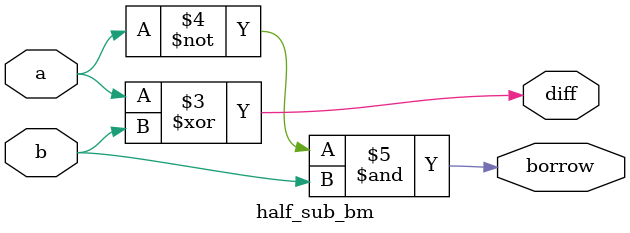
<source format=v>
`timescale 1ns / 1ps


module half_sub_bm(
input a,b,
output reg diff,borrow
    );
    always @ (a,b);
    initial begin
    diff=a^b;
    borrow=~(a)&b;
    end
endmodule

</source>
